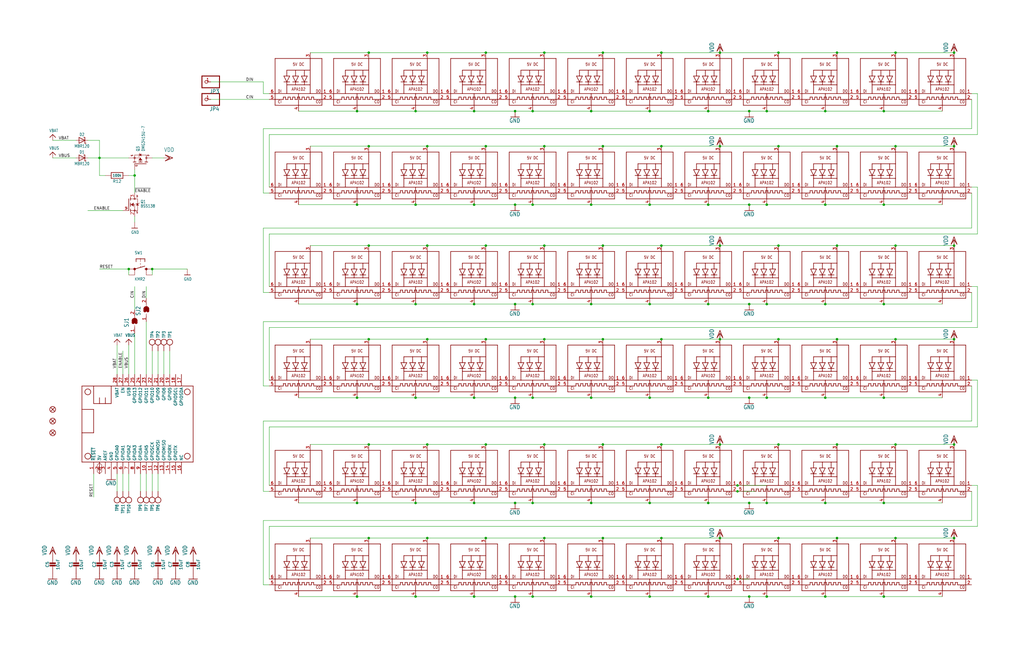
<source format=kicad_sch>
(kicad_sch (version 20230121) (generator eeschema)
  (paper "User" 444.373 284.378)
  (junction (at 160.02 233.68))
  (junction (at 287.02 147.32))
  (junction (at 223.52 88.9))
  (junction (at 281.94 259.08))
  (junction (at 325.12 48.26))
  (junction (at 332.74 48.26))
  (junction (at 337.82 233.68))
  (junction (at 320.04 210.82))
  (junction (at 210.82 147.32))
  (junction (at 287.02 233.68))
  (junction (at 231.14 88.9))
  (junction (at 205.74 132.08))
  (junction (at 185.42 147.32))
  (junction (at 180.34 132.08))
  (junction (at 210.82 106.68))
  (junction (at 160.02 147.32))
  (junction (at 261.62 147.32))
  (junction (at 160.02 193.04))
  (junction (at 383.54 172.72))
  (junction (at 363.22 22.86))
  (junction (at 256.54 172.72))
  (junction (at 236.22 106.68))
  (junction (at 180.34 218.44))
  (junction (at 307.34 48.26))
  (junction (at 332.74 218.44))
  (junction (at 210.82 193.04))
  (junction (at 320.04 251.46))
  (junction (at 154.94 218.44))
  (junction (at 337.82 63.5))
  (junction (at 154.94 259.08))
  (junction (at 358.14 218.44))
  (junction (at 160.02 106.68))
  (junction (at 388.62 193.04))
  (junction (at 154.94 88.9))
  (junction (at 231.14 259.08))
  (junction (at 205.74 88.9))
  (junction (at 312.42 233.68))
  (junction (at 332.74 172.72))
  (junction (at 210.82 22.86))
  (junction (at 358.14 172.72))
  (junction (at 223.52 132.08))
  (junction (at 205.74 172.72))
  (junction (at 256.54 218.44))
  (junction (at 358.14 88.9))
  (junction (at 388.62 147.32))
  (junction (at 325.12 172.72))
  (junction (at 312.42 63.5))
  (junction (at 160.02 22.86))
  (junction (at 160.02 63.5))
  (junction (at 223.52 218.44))
  (junction (at 180.34 172.72))
  (junction (at 236.22 233.68))
  (junction (at 256.54 48.26))
  (junction (at 281.94 88.9))
  (junction (at 363.22 147.32))
  (junction (at 281.94 132.08))
  (junction (at 307.34 172.72))
  (junction (at 307.34 132.08))
  (junction (at 210.82 63.5))
  (junction (at 325.12 218.44))
  (junction (at 185.42 22.86))
  (junction (at 281.94 172.72))
  (junction (at 363.22 63.5))
  (junction (at 337.82 193.04))
  (junction (at 256.54 88.9))
  (junction (at 231.14 218.44))
  (junction (at 180.34 259.08))
  (junction (at 281.94 48.26))
  (junction (at 256.54 259.08))
  (junction (at 261.62 233.68))
  (junction (at 287.02 193.04))
  (junction (at 287.02 63.5))
  (junction (at 154.94 172.72))
  (junction (at 383.54 259.08))
  (junction (at 337.82 22.86))
  (junction (at 231.14 172.72))
  (junction (at 261.62 106.68))
  (junction (at 312.42 193.04))
  (junction (at 414.02 106.68))
  (junction (at 325.12 88.9))
  (junction (at 236.22 63.5))
  (junction (at 205.74 48.26))
  (junction (at 388.62 106.68))
  (junction (at 205.74 259.08))
  (junction (at 332.74 132.08))
  (junction (at 388.62 22.86))
  (junction (at 363.22 106.68))
  (junction (at 358.14 132.08))
  (junction (at 256.54 132.08))
  (junction (at 337.82 106.68))
  (junction (at 383.54 88.9))
  (junction (at 312.42 22.86))
  (junction (at 185.42 63.5))
  (junction (at 58.42 76.2))
  (junction (at 414.02 233.68))
  (junction (at 223.52 48.26))
  (junction (at 388.62 233.68))
  (junction (at 307.34 218.44))
  (junction (at 414.02 22.86))
  (junction (at 261.62 63.5))
  (junction (at 383.54 218.44))
  (junction (at 312.42 106.68))
  (junction (at 325.12 132.08))
  (junction (at 236.22 193.04))
  (junction (at 363.22 233.68))
  (junction (at 154.94 132.08))
  (junction (at 287.02 22.86))
  (junction (at 363.22 193.04))
  (junction (at 388.62 63.5))
  (junction (at 236.22 147.32))
  (junction (at 312.42 147.32))
  (junction (at 180.34 48.26))
  (junction (at 383.54 48.26))
  (junction (at 414.02 147.32))
  (junction (at 55.88 116.84))
  (junction (at 205.74 218.44))
  (junction (at 287.02 106.68))
  (junction (at 332.74 88.9))
  (junction (at 210.82 233.68))
  (junction (at 223.52 259.08))
  (junction (at 43.18 68.58))
  (junction (at 223.52 172.72))
  (junction (at 236.22 22.86))
  (junction (at 185.42 233.68))
  (junction (at 325.12 259.08))
  (junction (at 154.94 48.26))
  (junction (at 185.42 193.04))
  (junction (at 320.04 213.36))
  (junction (at 180.34 88.9))
  (junction (at 337.82 147.32))
  (junction (at 307.34 259.08))
  (junction (at 66.04 116.84))
  (junction (at 231.14 48.26))
  (junction (at 261.62 193.04))
  (junction (at 383.54 132.08))
  (junction (at 231.14 132.08))
  (junction (at 261.62 22.86))
  (junction (at 332.74 259.08))
  (junction (at 185.42 106.68))
  (junction (at 358.14 259.08))
  (junction (at 414.02 193.04))
  (junction (at 358.14 48.26))
  (junction (at 414.02 63.5))
  (junction (at 281.94 218.44))
  (junction (at 307.34 88.9))
  (wire (pts (xy 388.62 106.68) (xy 414.02 106.68)) (stroke (width 0.1524)))
  (wire (pts (xy 424.18 58.42) (xy 424.18 40.64)) (stroke (width 0.1524)))
  (wire (pts (xy 337.82 106.68) (xy 363.22 106.68)) (stroke (width 0.1524)))
  (wire (pts (xy 55.88 149.86) (xy 55.88 162.56)) (stroke (width 0.1524)))
  (wire (pts (xy 332.74 132.08) (xy 358.14 132.08)) (stroke (width 0.1524)))
  (wire (pts (xy 66.04 116.84) (xy 81.28 116.84)) (stroke (width 0.1524)))
  (wire (pts (xy 43.18 68.58) (xy 43.18 60.96)) (stroke (width 0.1524)))
  (wire (pts (xy 71.12 152.4) (xy 71.12 162.56)) (stroke (width 0.1524)))
  (wire (pts (xy 116.84 228.6) (xy 424.18 228.6)) (stroke (width 0.1524)))
  (wire (pts (xy 53.34 213.36) (xy 53.34 205.74)) (stroke (width 0.1524)))
  (wire (pts (xy 261.62 193.04) (xy 287.02 193.04)) (stroke (width 0.1524)))
  (wire (pts (xy 223.52 172.72) (xy 231.14 172.72)) (stroke (width 0.1524)))
  (wire (pts (xy 66.04 116.84) (xy 66.04 119.38)) (stroke (width 0.1524)))
  (wire (pts (xy 363.22 106.68) (xy 388.62 106.68)) (stroke (width 0.1524)))
  (wire (pts (xy 383.54 132.08) (xy 408.94 132.08)) (stroke (width 0.1524)))
  (wire (pts (xy 160.02 233.68) (xy 185.42 233.68)) (stroke (width 0.1524)))
  (wire (pts (xy 210.82 233.68) (xy 236.22 233.68)) (stroke (width 0.1524)))
  (wire (pts (xy 388.62 22.86) (xy 414.02 22.86)) (stroke (width 0.1524)))
  (wire (pts (xy 307.34 132.08) (xy 325.12 132.08)) (stroke (width 0.1524)))
  (wire (pts (xy 71.12 68.58) (xy 66.04 68.58)) (stroke (width 0.1524)))
  (wire (pts (xy 421.64 139.7) (xy 421.64 127)) (stroke (width 0.1524)))
  (wire (pts (xy 358.14 172.72) (xy 383.54 172.72)) (stroke (width 0.1524)))
  (wire (pts (xy 68.58 213.36) (xy 68.58 205.74)) (stroke (width 0.1524)))
  (wire (pts (xy 261.62 22.86) (xy 287.02 22.86)) (stroke (width 0.1524)))
  (wire (pts (xy 114.3 35.56) (xy 114.3 40.64)) (stroke (width 0.1524)))
  (wire (pts (xy 154.94 172.72) (xy 180.34 172.72)) (stroke (width 0.1524)))
  (wire (pts (xy 66.04 213.36) (xy 66.04 205.74)) (stroke (width 0.1524)))
  (wire (pts (xy 337.82 193.04) (xy 363.22 193.04)) (stroke (width 0.1524)))
  (wire (pts (xy 58.42 134.62) (xy 58.42 124.46)) (stroke (width 0.1524)))
  (wire (pts (xy 312.42 63.5) (xy 337.82 63.5)) (stroke (width 0.1524)))
  (wire (pts (xy 337.82 63.5) (xy 363.22 63.5)) (stroke (width 0.1524)))
  (wire (pts (xy 312.42 233.68) (xy 337.82 233.68)) (stroke (width 0.1524)))
  (wire (pts (xy 388.62 233.68) (xy 414.02 233.68)) (stroke (width 0.1524)))
  (wire (pts (xy 43.18 68.58) (xy 43.18 76.2)) (stroke (width 0.1524)))
  (wire (pts (xy 421.64 167.64) (xy 421.64 182.88)) (stroke (width 0.1524)))
  (wire (pts (xy 231.14 132.08) (xy 256.54 132.08)) (stroke (width 0.1524)))
  (wire (pts (xy 312.42 22.86) (xy 337.82 22.86)) (stroke (width 0.1524)))
  (wire (pts (xy 281.94 218.44) (xy 307.34 218.44)) (stroke (width 0.1524)))
  (wire (pts (xy 55.88 116.84) (xy 43.18 116.84)) (stroke (width 0.1524)))
  (wire (pts (xy 55.88 68.58) (xy 43.18 68.58)) (stroke (width 0.1524)))
  (wire (pts (xy 114.3 99.06) (xy 114.3 127)) (stroke (width 0.1524)))
  (wire (pts (xy 154.94 48.26) (xy 180.34 48.26)) (stroke (width 0.1524)))
  (wire (pts (xy 383.54 48.26) (xy 408.94 48.26)) (stroke (width 0.1524)))
  (wire (pts (xy 33.02 60.96) (xy 22.86 60.96)) (stroke (width 0.1524)))
  (wire (pts (xy 358.14 259.08) (xy 383.54 259.08)) (stroke (width 0.1524)))
  (wire (pts (xy 58.42 144.78) (xy 58.42 162.56)) (stroke (width 0.1524)))
  (wire (pts (xy 332.74 172.72) (xy 358.14 172.72)) (stroke (width 0.1524)))
  (wire (pts (xy 160.02 22.86) (xy 185.42 22.86)) (stroke (width 0.1524)))
  (wire (pts (xy 332.74 218.44) (xy 358.14 218.44)) (stroke (width 0.1524)))
  (wire (pts (xy 261.62 106.68) (xy 287.02 106.68)) (stroke (width 0.1524)))
  (wire (pts (xy 256.54 132.08) (xy 281.94 132.08)) (stroke (width 0.1524)))
  (wire (pts (xy 261.62 63.5) (xy 287.02 63.5)) (stroke (width 0.1524)))
  (wire (pts (xy 421.64 226.06) (xy 421.64 213.36)) (stroke (width 0.1524)))
  (wire (pts (xy 55.88 116.84) (xy 55.88 119.38)) (stroke (width 0.1524)))
  (wire (pts (xy 185.42 193.04) (xy 210.82 193.04)) (stroke (width 0.1524)))
  (wire (pts (xy 116.84 251.46) (xy 116.84 228.6)) (stroke (width 0.1524)))
  (wire (pts (xy 231.14 218.44) (xy 256.54 218.44)) (stroke (width 0.1524)))
  (wire (pts (xy 236.22 63.5) (xy 261.62 63.5)) (stroke (width 0.1524)))
  (wire (pts (xy 63.5 213.36) (xy 63.5 205.74)) (stroke (width 0.1524)))
  (wire (pts (xy 116.84 185.42) (xy 424.18 185.42)) (stroke (width 0.1524)))
  (wire (pts (xy 160.02 147.32) (xy 185.42 147.32)) (stroke (width 0.1524)))
  (wire (pts (xy 58.42 76.2) (xy 58.42 83.82)) (stroke (width 0.1524)))
  (wire (pts (xy 281.94 88.9) (xy 307.34 88.9)) (stroke (width 0.1524)))
  (wire (pts (xy 154.94 88.9) (xy 180.34 88.9)) (stroke (width 0.1524)))
  (wire (pts (xy 73.66 152.4) (xy 73.66 162.56)) (stroke (width 0.1524)))
  (wire (pts (xy 114.3 83.82) (xy 116.84 83.82)) (stroke (width 0.1524)))
  (wire (pts (xy 55.88 76.2) (xy 58.42 76.2)) (stroke (width 0.1524)))
  (wire (pts (xy 307.34 218.44) (xy 325.12 218.44)) (stroke (width 0.1524)))
  (wire (pts (xy 424.18 210.82) (xy 421.64 210.82)) (stroke (width 0.1524)))
  (wire (pts (xy 307.34 172.72) (xy 325.12 172.72)) (stroke (width 0.1524)))
  (wire (pts (xy 281.94 132.08) (xy 307.34 132.08)) (stroke (width 0.1524)))
  (wire (pts (xy 236.22 106.68) (xy 261.62 106.68)) (stroke (width 0.1524)))
  (wire (pts (xy 337.82 147.32) (xy 363.22 147.32)) (stroke (width 0.1524)))
  (wire (pts (xy 129.54 172.72) (xy 154.94 172.72)) (stroke (width 0.1524)))
  (wire (pts (xy 205.74 172.72) (xy 223.52 172.72)) (stroke (width 0.1524)))
  (wire (pts (xy 281.94 172.72) (xy 307.34 172.72)) (stroke (width 0.1524)))
  (wire (pts (xy 210.82 63.5) (xy 236.22 63.5)) (stroke (width 0.1524)))
  (wire (pts (xy 223.52 218.44) (xy 231.14 218.44)) (stroke (width 0.1524)))
  (wire (pts (xy 363.22 63.5) (xy 388.62 63.5)) (stroke (width 0.1524)))
  (wire (pts (xy 325.12 132.08) (xy 332.74 132.08)) (stroke (width 0.1524)))
  (wire (pts (xy 154.94 259.08) (xy 180.34 259.08)) (stroke (width 0.1524)))
  (wire (pts (xy 33.02 68.58) (xy 22.86 68.58)) (stroke (width 0.1524)))
  (wire (pts (xy 307.34 88.9) (xy 325.12 88.9)) (stroke (width 0.1524)))
  (wire (pts (xy 256.54 48.26) (xy 281.94 48.26)) (stroke (width 0.1524)))
  (wire (pts (xy 114.3 182.88) (xy 114.3 213.36)) (stroke (width 0.1524)))
  (wire (pts (xy 38.1 68.58) (xy 43.18 68.58)) (stroke (width 0.1524)))
  (wire (pts (xy 332.74 259.08) (xy 358.14 259.08)) (stroke (width 0.1524)))
  (wire (pts (xy 424.18 228.6) (xy 424.18 210.82)) (stroke (width 0.1524)))
  (wire (pts (xy 58.42 73.66) (xy 58.42 76.2)) (stroke (width 0.1524)))
  (wire (pts (xy 116.84 81.28) (xy 116.84 58.42)) (stroke (width 0.1524)))
  (wire (pts (xy 55.88 213.36) (xy 55.88 205.74)) (stroke (width 0.1524)))
  (wire (pts (xy 134.62 193.04) (xy 160.02 193.04)) (stroke (width 0.1524)))
  (wire (pts (xy 231.14 88.9) (xy 256.54 88.9)) (stroke (width 0.1524)))
  (wire (pts (xy 114.3 127) (xy 116.84 127)) (stroke (width 0.1524)))
  (wire (pts (xy 134.62 22.86) (xy 160.02 22.86)) (stroke (width 0.1524)))
  (wire (pts (xy 388.62 193.04) (xy 414.02 193.04)) (stroke (width 0.1524)))
  (wire (pts (xy 223.52 48.26) (xy 231.14 48.26)) (stroke (width 0.1524)))
  (wire (pts (xy 180.34 132.08) (xy 205.74 132.08)) (stroke (width 0.1524)))
  (wire (pts (xy 325.12 172.72) (xy 332.74 172.72)) (stroke (width 0.1524)))
  (wire (pts (xy 91.44 43.18) (xy 116.84 43.18)) (stroke (width 0.1524)))
  (wire (pts (xy 421.64 43.18) (xy 421.64 55.88)) (stroke (width 0.1524)))
  (wire (pts (xy 160.02 106.68) (xy 185.42 106.68)) (stroke (width 0.1524)))
  (wire (pts (xy 281.94 259.08) (xy 307.34 259.08)) (stroke (width 0.1524)))
  (wire (pts (xy 185.42 22.86) (xy 210.82 22.86)) (stroke (width 0.1524)))
  (wire (pts (xy 53.34 91.44) (xy 38.1 91.44)) (stroke (width 0.1524)))
  (wire (pts (xy 185.42 233.68) (xy 210.82 233.68)) (stroke (width 0.1524)))
  (wire (pts (xy 154.94 132.08) (xy 180.34 132.08)) (stroke (width 0.1524)))
  (wire (pts (xy 358.14 48.26) (xy 383.54 48.26)) (stroke (width 0.1524)))
  (wire (pts (xy 332.74 48.26) (xy 358.14 48.26)) (stroke (width 0.1524)))
  (wire (pts (xy 358.14 132.08) (xy 383.54 132.08)) (stroke (width 0.1524)))
  (wire (pts (xy 325.12 259.08) (xy 332.74 259.08)) (stroke (width 0.1524)))
  (wire (pts (xy 337.82 22.86) (xy 363.22 22.86)) (stroke (width 0.1524)))
  (wire (pts (xy 383.54 172.72) (xy 408.94 172.72)) (stroke (width 0.1524)))
  (wire (pts (xy 63.5 124.46) (xy 63.5 129.54)) (stroke (width 0.1524)))
  (wire (pts (xy 180.34 172.72) (xy 205.74 172.72)) (stroke (width 0.1524)))
  (wire (pts (xy 287.02 22.86) (xy 312.42 22.86)) (stroke (width 0.1524)))
  (wire (pts (xy 116.84 142.24) (xy 424.18 142.24)) (stroke (width 0.1524)))
  (wire (pts (xy 383.54 218.44) (xy 408.94 218.44)) (stroke (width 0.1524)))
  (wire (pts (xy 210.82 22.86) (xy 236.22 22.86)) (stroke (width 0.1524)))
  (wire (pts (xy 134.62 63.5) (xy 160.02 63.5)) (stroke (width 0.1524)))
  (wire (pts (xy 66.04 152.4) (xy 66.04 162.56)) (stroke (width 0.1524)))
  (wire (pts (xy 223.52 88.9) (xy 231.14 88.9)) (stroke (width 0.1524)))
  (wire (pts (xy 383.54 259.08) (xy 408.94 259.08)) (stroke (width 0.1524)))
  (wire (pts (xy 205.74 259.08) (xy 223.52 259.08)) (stroke (width 0.1524)))
  (wire (pts (xy 256.54 172.72) (xy 281.94 172.72)) (stroke (width 0.1524)))
  (wire (pts (xy 287.02 193.04) (xy 312.42 193.04)) (stroke (width 0.1524)))
  (wire (pts (xy 114.3 226.06) (xy 421.64 226.06)) (stroke (width 0.1524)))
  (wire (pts (xy 325.12 88.9) (xy 332.74 88.9)) (stroke (width 0.1524)))
  (wire (pts (xy 424.18 165.1) (xy 421.64 165.1)) (stroke (width 0.1524)))
  (wire (pts (xy 261.62 147.32) (xy 287.02 147.32)) (stroke (width 0.1524)))
  (wire (pts (xy 421.64 55.88) (xy 114.3 55.88)) (stroke (width 0.1524)))
  (wire (pts (xy 116.84 165.1) (xy 116.84 142.24)) (stroke (width 0.1524)))
  (wire (pts (xy 114.3 55.88) (xy 114.3 83.82)) (stroke (width 0.1524)))
  (wire (pts (xy 68.58 162.56) (xy 68.58 152.4)) (stroke (width 0.1524)))
  (wire (pts (xy 236.22 22.86) (xy 261.62 22.86)) (stroke (width 0.1524)))
  (wire (pts (xy 114.3 139.7) (xy 421.64 139.7)) (stroke (width 0.1524)))
  (wire (pts (xy 424.18 101.6) (xy 424.18 81.28)) (stroke (width 0.1524)))
  (wire (pts (xy 337.82 233.68) (xy 363.22 233.68)) (stroke (width 0.1524)))
  (wire (pts (xy 256.54 88.9) (xy 281.94 88.9)) (stroke (width 0.1524)))
  (wire (pts (xy 116.84 210.82) (xy 116.84 185.42)) (stroke (width 0.1524)))
  (wire (pts (xy 50.8 213.36) (xy 50.8 205.74)) (stroke (width 0.1524)))
  (wire (pts (xy 312.42 106.68) (xy 337.82 106.68)) (stroke (width 0.1524)))
  (wire (pts (xy 287.02 147.32) (xy 312.42 147.32)) (stroke (width 0.1524)))
  (wire (pts (xy 424.18 81.28) (xy 421.64 81.28)) (stroke (width 0.1524)))
  (wire (pts (xy 388.62 63.5) (xy 414.02 63.5)) (stroke (width 0.1524)))
  (wire (pts (xy 223.52 132.08) (xy 231.14 132.08)) (stroke (width 0.1524)))
  (wire (pts (xy 185.42 106.68) (xy 210.82 106.68)) (stroke (width 0.1524)))
  (wire (pts (xy 383.54 88.9) (xy 408.94 88.9)) (stroke (width 0.1524)))
  (wire (pts (xy 134.62 106.68) (xy 160.02 106.68)) (stroke (width 0.1524)))
  (wire (pts (xy 363.22 147.32) (xy 388.62 147.32)) (stroke (width 0.1524)))
  (wire (pts (xy 91.44 35.56) (xy 114.3 35.56)) (stroke (width 0.1524)))
  (wire (pts (xy 40.64 205.74) (xy 40.64 215.9)) (stroke (width 0.1524)))
  (wire (pts (xy 114.3 213.36) (xy 116.84 213.36)) (stroke (width 0.1524)))
  (wire (pts (xy 231.14 259.08) (xy 256.54 259.08)) (stroke (width 0.1524)))
  (wire (pts (xy 205.74 132.08) (xy 223.52 132.08)) (stroke (width 0.1524)))
  (wire (pts (xy 307.34 259.08) (xy 325.12 259.08)) (stroke (width 0.1524)))
  (wire (pts (xy 180.34 218.44) (xy 205.74 218.44)) (stroke (width 0.1524)))
  (wire (pts (xy 180.34 88.9) (xy 205.74 88.9)) (stroke (width 0.1524)))
  (wire (pts (xy 129.54 48.26) (xy 154.94 48.26)) (stroke (width 0.1524)))
  (wire (pts (xy 53.34 162.56) (xy 53.34 152.4)) (stroke (width 0.1524)))
  (wire (pts (xy 256.54 218.44) (xy 281.94 218.44)) (stroke (width 0.1524)))
  (wire (pts (xy 129.54 88.9) (xy 154.94 88.9)) (stroke (width 0.1524)))
  (wire (pts (xy 424.18 124.46) (xy 421.64 124.46)) (stroke (width 0.1524)))
  (wire (pts (xy 129.54 218.44) (xy 154.94 218.44)) (stroke (width 0.1524)))
  (wire (pts (xy 154.94 218.44) (xy 180.34 218.44)) (stroke (width 0.1524)))
  (wire (pts (xy 180.34 259.08) (xy 205.74 259.08)) (stroke (width 0.1524)))
  (wire (pts (xy 210.82 147.32) (xy 236.22 147.32)) (stroke (width 0.1524)))
  (wire (pts (xy 116.84 58.42) (xy 424.18 58.42)) (stroke (width 0.1524)))
  (wire (pts (xy 180.34 48.26) (xy 205.74 48.26)) (stroke (width 0.1524)))
  (wire (pts (xy 116.84 101.6) (xy 424.18 101.6)) (stroke (width 0.1524)))
  (wire (pts (xy 134.62 147.32) (xy 160.02 147.32)) (stroke (width 0.1524)))
  (wire (pts (xy 236.22 233.68) (xy 261.62 233.68)) (stroke (width 0.1524)))
  (wire (pts (xy 363.22 233.68) (xy 388.62 233.68)) (stroke (width 0.1524)))
  (wire (pts (xy 210.82 193.04) (xy 236.22 193.04)) (stroke (width 0.1524)))
  (wire (pts (xy 312.42 147.32) (xy 337.82 147.32)) (stroke (width 0.1524)))
  (wire (pts (xy 325.12 48.26) (xy 332.74 48.26)) (stroke (width 0.1524)))
  (wire (pts (xy 129.54 259.08) (xy 154.94 259.08)) (stroke (width 0.1524)))
  (wire (pts (xy 58.42 96.52) (xy 58.42 93.98)) (stroke (width 0.1524)))
  (wire (pts (xy 358.14 218.44) (xy 383.54 218.44)) (stroke (width 0.1524)))
  (wire (pts (xy 325.12 218.44) (xy 332.74 218.44)) (stroke (width 0.1524)))
  (wire (pts (xy 363.22 193.04) (xy 388.62 193.04)) (stroke (width 0.1524)))
  (wire (pts (xy 421.64 99.06) (xy 114.3 99.06)) (stroke (width 0.1524)))
  (wire (pts (xy 63.5 162.56) (xy 63.5 139.7)) (stroke (width 0.1524)))
  (wire (pts (xy 160.02 63.5) (xy 185.42 63.5)) (stroke (width 0.1524)))
  (wire (pts (xy 256.54 259.08) (xy 281.94 259.08)) (stroke (width 0.1524)))
  (wire (pts (xy 50.8 162.56) (xy 50.8 149.86)) (stroke (width 0.1524)))
  (wire (pts (xy 332.74 88.9) (xy 358.14 88.9)) (stroke (width 0.1524)))
  (wire (pts (xy 134.62 233.68) (xy 160.02 233.68)) (stroke (width 0.1524)))
  (wire (pts (xy 116.84 167.64) (xy 114.3 167.64)) (stroke (width 0.1524)))
  (wire (pts (xy 116.84 254) (xy 114.3 254)) (stroke (width 0.1524)))
  (wire (pts (xy 160.02 193.04) (xy 185.42 193.04)) (stroke (width 0.1524)))
  (wire (pts (xy 332.74 210.82) (xy 320.04 210.82)) (stroke (width 0.1524)))
  (wire (pts (xy 312.42 193.04) (xy 337.82 193.04)) (stroke (width 0.1524)))
  (wire (pts (xy 129.54 132.08) (xy 154.94 132.08)) (stroke (width 0.1524)))
  (wire (pts (xy 231.14 172.72) (xy 256.54 172.72)) (stroke (width 0.1524)))
  (wire (pts (xy 185.42 63.5) (xy 210.82 63.5)) (stroke (width 0.1524)))
  (wire (pts (xy 287.02 63.5) (xy 312.42 63.5)) (stroke (width 0.1524)))
  (wire (pts (xy 114.3 254) (xy 114.3 226.06)) (stroke (width 0.1524)))
  (wire (pts (xy 388.62 147.32) (xy 414.02 147.32)) (stroke (width 0.1524)))
  (wire (pts (xy 421.64 83.82) (xy 421.64 99.06)) (stroke (width 0.1524)))
  (wire (pts (xy 205.74 218.44) (xy 223.52 218.44)) (stroke (width 0.1524)))
  (wire (pts (xy 223.52 259.08) (xy 231.14 259.08)) (stroke (width 0.1524)))
  (wire (pts (xy 60.96 213.36) (xy 60.96 205.74)) (stroke (width 0.1524)))
  (wire (pts (xy 421.64 182.88) (xy 114.3 182.88)) (stroke (width 0.1524)))
  (wire (pts (xy 261.62 233.68) (xy 287.02 233.68)) (stroke (width 0.1524)))
  (wire (pts (xy 43.18 76.2) (xy 45.72 76.2)) (stroke (width 0.1524)))
  (wire (pts (xy 325.12 251.46) (xy 320.04 251.46)) (stroke (width 0.1524)))
  (wire (pts (xy 424.18 185.42) (xy 424.18 165.1)) (stroke (width 0.1524)))
  (wire (pts (xy 185.42 147.32) (xy 210.82 147.32)) (stroke (width 0.1524)))
  (wire (pts (xy 116.84 124.46) (xy 116.84 101.6)) (stroke (width 0.1524)))
  (wire (pts (xy 281.94 48.26) (xy 307.34 48.26)) (stroke (width 0.1524)))
  (wire (pts (xy 210.82 106.68) (xy 236.22 106.68)) (stroke (width 0.1524)))
  (wire (pts (xy 424.18 142.24) (xy 424.18 124.46)) (stroke (width 0.1524)))
  (wire (pts (xy 205.74 88.9) (xy 223.52 88.9)) (stroke (width 0.1524)))
  (wire (pts (xy 114.3 40.64) (xy 116.84 40.64)) (stroke (width 0.1524)))
  (wire (pts (xy 363.22 22.86) (xy 388.62 22.86)) (stroke (width 0.1524)))
  (wire (pts (xy 358.14 88.9) (xy 383.54 88.9)) (stroke (width 0.1524)))
  (wire (pts (xy 424.18 40.64) (xy 421.64 40.64)) (stroke (width 0.1524)))
  (wire (pts (xy 205.74 48.26) (xy 223.52 48.26)) (stroke (width 0.1524)))
  (wire (pts (xy 287.02 106.68) (xy 312.42 106.68)) (stroke (width 0.1524)))
  (wire (pts (xy 287.02 233.68) (xy 312.42 233.68)) (stroke (width 0.1524)))
  (wire (pts (xy 114.3 167.64) (xy 114.3 139.7)) (stroke (width 0.1524)))
  (wire (pts (xy 43.18 60.96) (xy 38.1 60.96)) (stroke (width 0.1524)))
  (wire (pts (xy 236.22 147.32) (xy 261.62 147.32)) (stroke (width 0.1524)))
  (wire (pts (xy 327.66 213.36) (xy 320.04 213.36)) (stroke (width 0.1524)))
  (wire (pts (xy 307.34 48.26) (xy 325.12 48.26)) (stroke (width 0.1524)))
  (wire (pts (xy 236.22 193.04) (xy 261.62 193.04)) (stroke (width 0.1524)))
  (wire (pts (xy 231.14 48.26) (xy 256.54 48.26)) (stroke (width 0.1524)))
  (label "RESET" (at 40.64 215.9 90) (effects (font (size 1.2446 1.2446))))
  (label "VBUS" (at 25.4 68.58 0) (effects (font (size 1.2446 1.2446))))
  (label "VBAT" (at 50.8 160.02 90) (effects (font (size 1.2446 1.2446))))
  (label "RESET" (at 43.18 116.84 0) (effects (font (size 1.2446 1.2446))))
  (label "DIN" (at 63.5 129.54 90) (effects (font (size 1.2446 1.2446))))
  (label "VBAT" (at 25.4 60.96 0) (effects (font (size 1.2446 1.2446))))
  (label "ENABLE" (at 53.34 160.02 90) (effects (font (size 1.2446 1.2446))))
  (label "~{ENABLE}" (at 58.42 83.82 0) (effects (font (size 1.2446 1.2446))))
  (label "CIN" (at 58.42 129.54 90) (effects (font (size 1.2446 1.2446))))
  (label "DIN" (at 106.68 35.56 0) (effects (font (size 1.2446 1.2446))))
  (label "CIN" (at 106.68 43.18 0) (effects (font (size 1.2446 1.2446))))
  (label "VBUS" (at 55.88 160.02 90) (effects (font (size 1.2446 1.2446))))
  (label "ENABLE" (at 40.64 91.44 0) (effects (font (size 1.2446 1.2446))))
  (global_label "3V" (shape bidirectional) (at 43.18 205.74 90) (effects (font (size 1.016 1.016))) (property "Intersheetrefs" "${INTERSHEET_REFS}" (effects hide)))
  (symbol (lib_id "working-eagle-import:APA1022020") (at 256.54 160.02 0) (unit 1)
    (property "Reference" "LED30" (effects hide))
    (property "Value" "APA1022020" (effects hide))
    (property "Footprint" "working:APA102_2020" (effects hide))
  )
  (symbol (lib_id "working-eagle-import:VDD") (at 50.8 238.76 0) (unit 1)
    (property "Reference" "#VDD18" (effects hide))
    (property "Value" "VDD" (at 48.26 241.3 90) (effects (font (size 1.778 1.5113)) (justify left bottom)))
  )
  (symbol (lib_id "working-eagle-import:APA1022020") (at 281.94 76.2 0) (unit 1)
    (property "Reference" "LED15" (effects hide))
    (property "Value" "APA1022020" (effects hide))
    (property "Footprint" "working:APA102_2020" (effects hide))
  )
  (symbol (lib_id "working-eagle-import:supply1_GND") (at 223.52 134.62 0) (unit 1)
    (property "Reference" "#GND3" (effects hide))
    (property "Value" "GND" (at 220.98 137.16 0) (effects (font (size 1.778 1.5113)) (justify left bottom)))
  )
  (symbol (lib_id "working-eagle-import:APA1022020") (at 383.54 205.74 0) (unit 1)
    (property "Reference" "LED67" (effects hide))
    (property "Value" "APA1022020" (effects hide))
    (property "Footprint" "working:APA102_2020" (effects hide))
  )
  (symbol (lib_id "working-eagle-import:DIODE-SCHOTTKYSOD-123") (at 35.56 60.96 0) (unit 1)
    (property "Reference" "D2" (at 35.56 58.42 0) (effects (font (size 1.27 1.0795))))
    (property "Value" "MBR120" (at 35.56 63.46 0) (effects (font (size 1.27 1.0795))))
    (property "Footprint" "working:SOD-123" (effects hide))
  )
  (symbol (lib_id "working-eagle-import:APA1022020") (at 205.74 246.38 0) (unit 1)
    (property "Reference" "LED44" (effects hide))
    (property "Value" "APA1022020" (effects hide))
    (property "Footprint" "working:APA102_2020" (effects hide))
  )
  (symbol (lib_id "working-eagle-import:supply1_GND") (at 22.86 251.46 0) (unit 1)
    (property "Reference" "#GND20" (effects hide))
    (property "Value" "GND" (at 20.32 254 0) (effects (font (size 1.778 1.5113)) (justify left bottom)))
  )
  (symbol (lib_id "working-eagle-import:CAP_CERAMIC0805-NOOUTLINE") (at 76.2 246.38 0) (unit 1)
    (property "Reference" "C7" (at 73.91 245.13 90))
    (property "Value" "10uF" (at 78.5 245.13 90))
    (property "Footprint" "working:0805-NO" (effects hide))
  )
  (symbol (lib_id "working-eagle-import:VBAT") (at 22.86 58.42 0) (unit 1)
    (property "Reference" "#U$4" (effects hide))
    (property "Value" "VBAT" (at 21.336 57.404 0) (effects (font (size 1.27 1.0795)) (justify left bottom)))
  )
  (symbol (lib_id "working-eagle-import:APA1022020") (at 307.34 246.38 0) (unit 1)
    (property "Reference" "LED48" (effects hide))
    (property "Value" "APA1022020" (effects hide))
    (property "Footprint" "working:APA102_2020" (effects hide))
  )
  (symbol (lib_id "working-eagle-import:APA1022020") (at 383.54 119.38 0) (unit 1)
    (property "Reference" "LED59" (effects hide))
    (property "Value" "APA1022020" (effects hide))
    (property "Footprint" "working:APA102_2020" (effects hide))
  )
  (symbol (lib_id "working-eagle-import:APA1022020") (at 231.14 246.38 0) (unit 1)
    (property "Reference" "LED45" (effects hide))
    (property "Value" "APA1022020" (effects hide))
    (property "Footprint" "working:APA102_2020" (effects hide))
  )
  (symbol (lib_id "working-eagle-import:APA1022020") (at 231.14 76.2 0) (unit 1)
    (property "Reference" "LED13" (effects hide))
    (property "Value" "APA1022020" (effects hide))
    (property "Footprint" "working:APA102_2020" (effects hide))
  )
  (symbol (lib_id "working-eagle-import:APA1022020") (at 332.74 246.38 0) (unit 1)
    (property "Reference" "LED69" (effects hide))
    (property "Value" "APA1022020" (effects hide))
    (property "Footprint" "working:APA102_2020" (effects hide))
  )
  (symbol (lib_id "working-eagle-import:VDD") (at 414.02 231.14 0) (unit 1)
    (property "Reference" "#VDD13" (effects hide))
    (property "Value" "VDD" (at 411.48 233.68 90) (effects (font (size 1.778 1.5113)) (justify left bottom)))
  )
  (symbol (lib_id "working-eagle-import:APA1022020") (at 205.74 119.38 0) (unit 1)
    (property "Reference" "LED20" (effects hide))
    (property "Value" "APA1022020" (effects hide))
    (property "Footprint" "working:APA102_2020" (effects hide))
  )
  (symbol (lib_id "working-eagle-import:FIDUCIAL_1MM") (at 22.86 182.88 90) (unit 1)
    (property "Reference" "FID3" (effects hide))
    (property "Value" "FIDUCIAL_1MM" (effects hide))
    (property "Footprint" "working:FIDUCIAL_1MM" (effects hide))
  )
  (symbol (lib_id "working-eagle-import:TESTPOINT1.5X2.0MM_NOCREAM") (at 66.04 213.36 180) (unit 1)
    (property "Reference" "TP5" (at 66.04 218.948 90) (effects (font (size 1.27 1.0795)) (justify left)))
    (property "Value" "TESTPOINT1.5X2.0MM_NOCREAM" (effects hide))
    (property "Footprint" "working:PAD-1.5X2.0" (effects hide))
  )
  (symbol (lib_id "working-eagle-import:supply1_GND") (at 223.52 50.8 0) (unit 1)
    (property "Reference" "#GND1" (effects hide))
    (property "Value" "GND" (at 220.98 53.34 0) (effects (font (size 1.778 1.5113)) (justify left bottom)))
  )
  (symbol (lib_id "working-eagle-import:APA1022020") (at 129.54 246.38 0) (unit 1)
    (property "Reference" "LED41" (effects hide))
    (property "Value" "APA1022020" (effects hide))
    (property "Footprint" "working:APA102_2020" (effects hide))
  )
  (symbol (lib_id "working-eagle-import:supply1_GND") (at 325.12 50.8 0) (unit 1)
    (property "Reference" "#GND7" (effects hide))
    (property "Value" "GND" (at 322.58 53.34 0) (effects (font (size 1.778 1.5113)) (justify left bottom)))
  )
  (symbol (lib_id "working-eagle-import:VDD") (at 312.42 190.5 0) (unit 1)
    (property "Reference" "#VDD5" (effects hide))
    (property "Value" "VDD" (at 309.88 193.04 90) (effects (font (size 1.778 1.5113)) (justify left bottom)))
  )
  (symbol (lib_id "working-eagle-import:APA1022020") (at 408.94 35.56 0) (unit 1)
    (property "Reference" "LED52" (effects hide))
    (property "Value" "APA1022020" (effects hide))
    (property "Footprint" "working:APA102_2020" (effects hide))
  )
  (symbol (lib_id "working-eagle-import:APA1022020") (at 408.94 205.74 0) (unit 1)
    (property "Reference" "LED68" (effects hide))
    (property "Value" "APA1022020" (effects hide))
    (property "Footprint" "working:APA102_2020" (effects hide))
  )
  (symbol (lib_id "working-eagle-import:CAP_CERAMIC0805-NOOUTLINE") (at 50.8 246.38 0) (unit 1)
    (property "Reference" "C3" (at 48.51 245.13 90))
    (property "Value" "10uF" (at 53.1 245.13 90))
    (property "Footprint" "working:0805-NO" (effects hide))
  )
  (symbol (lib_id "working-eagle-import:CAP_CERAMIC0805-NOOUTLINE") (at 33.02 246.38 0) (unit 1)
    (property "Reference" "C1" (at 30.73 245.13 90))
    (property "Value" "10uF" (at 35.32 245.13 90))
    (property "Footprint" "working:0805-NO" (effects hide))
  )
  (symbol (lib_id "working-eagle-import:APA1022020") (at 205.74 35.56 0) (unit 1)
    (property "Reference" "LED4" (effects hide))
    (property "Value" "APA1022020" (effects hide))
    (property "Footprint" "working:APA102_2020" (effects hide))
  )
  (symbol (lib_id "working-eagle-import:supply1_GND") (at 33.02 251.46 0) (unit 1)
    (property "Reference" "#GND18" (effects hide))
    (property "Value" "GND" (at 30.48 254 0) (effects (font (size 1.778 1.5113)) (justify left bottom)))
  )
  (symbol (lib_id "working-eagle-import:SOLDERJUMPERCLOSED") (at 63.5 134.62 90) (unit 1)
    (property "Reference" "SJ2" (at 60.96 137.16 0) (effects (font (size 1.778 1.5113)) (justify left bottom)))
    (property "Value" "SOLDERJUMPERCLOSED" (effects hide))
    (property "Footprint" "working:SOLDERJUMPER_CLOSEDWIRE" (effects hide))
  )
  (symbol (lib_id "working-eagle-import:supply1_GND") (at 50.8 251.46 0) (unit 1)
    (property "Reference" "#GND16" (effects hide))
    (property "Value" "GND" (at 48.26 254 0) (effects (font (size 1.778 1.5113)) (justify left bottom)))
  )
  (symbol (lib_id "working-eagle-import:APA1022020") (at 231.14 205.74 0) (unit 1)
    (property "Reference" "LED37" (effects hide))
    (property "Value" "APA1022020" (effects hide))
    (property "Footprint" "working:APA102_2020" (effects hide))
  )
  (symbol (lib_id "working-eagle-import:VDD") (at 414.02 20.32 0) (unit 1)
    (property "Reference" "#VDD7" (effects hide))
    (property "Value" "VDD" (at 411.48 22.86 90) (effects (font (size 1.778 1.5113)) (justify left bottom)))
  )
  (symbol (lib_id "working-eagle-import:APA1022020") (at 408.94 119.38 0) (unit 1)
    (property "Reference" "LED60" (effects hide))
    (property "Value" "APA1022020" (effects hide))
    (property "Footprint" "working:APA102_2020" (effects hide))
  )
  (symbol (lib_id "working-eagle-import:CAP_CERAMIC0805-NOOUTLINE") (at 68.58 246.38 0) (unit 1)
    (property "Reference" "C6" (at 66.29 245.13 90))
    (property "Value" "10uF" (at 70.88 245.13 90))
    (property "Footprint" "working:0805-NO" (effects hide))
  )
  (symbol (lib_id "working-eagle-import:supply1_GND") (at 325.12 261.62 0) (unit 1)
    (property "Reference" "#GND13" (effects hide))
    (property "Value" "GND" (at 322.58 264.16 0) (effects (font (size 1.778 1.5113)) (justify left bottom)))
  )
  (symbol (lib_id "working-eagle-import:TESTPOINT1.5X2.0MM_NOCREAM") (at 68.58 213.36 180) (unit 1)
    (property "Reference" "TP6" (at 68.58 218.948 90) (effects (font (size 1.27 1.0795)) (justify left)))
    (property "Value" "TESTPOINT1.5X2.0MM_NOCREAM" (effects hide))
    (property "Footprint" "working:PAD-1.5X2.0" (effects hide))
  )
  (symbol (lib_id "working-eagle-import:VDD") (at 414.02 190.5 0) (unit 1)
    (property "Reference" "#VDD12" (effects hide))
    (property "Value" "VDD" (at 411.48 193.04 90) (effects (font (size 1.778 1.5113)) (justify left bottom)))
  )
  (symbol (lib_id "working-eagle-import:VDD") (at 73.66 68.58 270) (unit 1)
    (property "Reference" "#VDD9" (effects hide))
    (property "Value" "VDD" (at 71.12 66.04 90) (effects (font (size 1.778 1.5113)) (justify left bottom)))
  )
  (symbol (lib_id "working-eagle-import:GND") (at 58.42 99.06 0) (unit 1)
    (property "Reference" "#U$6" (effects hide))
    (property "Value" "GND" (at 56.896 101.6 0) (effects (font (size 1.27 1.0795)) (justify left bottom)))
  )
  (symbol (lib_id "working-eagle-import:MOSFET-NWIDE") (at 55.88 88.9 0) (unit 1)
    (property "Reference" "Q1" (at 60.96 88.265 0) (effects (font (size 1.27 1.0795)) (justify left bottom)))
    (property "Value" "BSS138" (at 60.96 90.17 0) (effects (font (size 1.27 1.0795)) (justify left bottom)))
    (property "Footprint" "working:SOT23-WIDE" (effects hide))
  )
  (symbol (lib_id "working-eagle-import:APA1022020") (at 383.54 160.02 0) (unit 1)
    (property "Reference" "LED63" (effects hide))
    (property "Value" "APA1022020" (effects hide))
    (property "Footprint" "working:APA102_2020" (effects hide))
  )
  (symbol (lib_id "working-eagle-import:APA1022020") (at 332.74 160.02 0) (unit 1)
    (property "Reference" "LED61" (effects hide))
    (property "Value" "APA1022020" (effects hide))
    (property "Footprint" "working:APA102_2020" (effects hide))
  )
  (symbol (lib_id "working-eagle-import:VBAT") (at 50.8 147.32 0) (unit 1)
    (property "Reference" "#U$3" (effects hide))
    (property "Value" "VBAT" (at 49.276 146.304 0) (effects (font (size 1.27 1.0795)) (justify left bottom)))
  )
  (symbol (lib_id "working-eagle-import:supply1_GND") (at 325.12 134.62 0) (unit 1)
    (property "Reference" "#GND10" (effects hide))
    (property "Value" "GND" (at 322.58 137.16 0) (effects (font (size 1.778 1.5113)) (justify left bottom)))
  )
  (symbol (lib_id "working-eagle-import:APA1022020") (at 154.94 76.2 0) (unit 1)
    (property "Reference" "LED10" (effects hide))
    (property "Value" "APA1022020" (effects hide))
    (property "Footprint" "working:APA102_2020" (effects hide))
  )
  (symbol (lib_id "working-eagle-import:APA1022020") (at 129.54 76.2 0) (unit 1)
    (property "Reference" "LED9" (effects hide))
    (property "Value" "APA1022020" (effects hide))
    (property "Footprint" "working:APA102_2020" (effects hide))
  )
  (symbol (lib_id "working-eagle-import:APA1022020") (at 307.34 35.56 0) (unit 1)
    (property "Reference" "LED8" (effects hide))
    (property "Value" "APA1022020" (effects hide))
    (property "Footprint" "working:APA102_2020" (effects hide))
  )
  (symbol (lib_id "working-eagle-import:supply1_GND") (at 223.52 220.98 0) (unit 1)
    (property "Reference" "#GND5" (effects hide))
    (property "Value" "GND" (at 220.98 223.52 0) (effects (font (size 1.778 1.5113)) (justify left bottom)))
  )
  (symbol (lib_id "working-eagle-import:APA1022020") (at 358.14 76.2 0) (unit 1)
    (property "Reference" "LED54" (effects hide))
    (property "Value" "APA1022020" (effects hide))
    (property "Footprint" "working:APA102_2020" (effects hide))
  )
  (symbol (lib_id "working-eagle-import:APA1022020") (at 332.74 205.74 0) (unit 1)
    (property "Reference" "LED65" (effects hide))
    (property "Value" "APA1022020" (effects hide))
    (property "Footprint" "working:APA102_2020" (effects hide))
  )
  (symbol (lib_id "working-eagle-import:supply1_GND") (at 43.18 251.46 0) (unit 1)
    (property "Reference" "#GND17" (effects hide))
    (property "Value" "GND" (at 40.64 254 0) (effects (font (size 1.778 1.5113)) (justify left bottom)))
  )
  (symbol (lib_id "working-eagle-import:supply1_GND") (at 223.52 261.62 0) (unit 1)
    (property "Reference" "#GND6" (effects hide))
    (property "Value" "GND" (at 220.98 264.16 0) (effects (font (size 1.778 1.5113)) (justify left bottom)))
  )
  (symbol (lib_id "working-eagle-import:RESISTOR_0603_NOOUT") (at 50.8 76.2 180) (unit 1)
    (property "Reference" "R12" (at 50.8 78.74 0))
    (property "Value" "100k" (at 50.8 76.2 0) (effects (font (size 1.016 1.016) bold)))
    (property "Footprint" "working:0603-NO" (effects hide))
  )
  (symbol (lib_id "working-eagle-import:APA1022020") (at 256.54 35.56 0) (unit 1)
    (property "Reference" "LED6" (effects hide))
    (property "Value" "APA1022020" (effects hide))
    (property "Footprint" "working:APA102_2020" (effects hide))
  )
  (symbol (lib_id "working-eagle-import:VDD") (at 312.42 20.32 0) (unit 1)
    (property "Reference" "#VDD2" (effects hide))
    (property "Value" "VDD" (at 309.88 22.86 90) (effects (font (size 1.778 1.5113)) (justify left bottom)))
  )
  (symbol (lib_id "working-eagle-import:supply1_GND") (at 325.12 91.44 0) (unit 1)
    (property "Reference" "#GND8" (effects hide))
    (property "Value" "GND" (at 322.58 93.98 0) (effects (font (size 1.778 1.5113)) (justify left bottom)))
  )
  (symbol (lib_id "working-eagle-import:APA1022020") (at 307.34 160.02 0) (unit 1)
    (property "Reference" "LED32" (effects hide))
    (property "Value" "APA1022020" (effects hide))
    (property "Footprint" "working:APA102_2020" (effects hide))
  )
  (symbol (lib_id "working-eagle-import:APA1022020") (at 180.34 246.38 0) (unit 1)
    (property "Reference" "LED43" (effects hide))
    (property "Value" "APA1022020" (effects hide))
    (property "Footprint" "working:APA102_2020" (effects hide))
  )
  (symbol (lib_id "working-eagle-import:APA1022020") (at 408.94 76.2 0) (unit 1)
    (property "Reference" "LED56" (effects hide))
    (property "Value" "APA1022020" (effects hide))
    (property "Footprint" "working:APA102_2020" (effects hide))
  )
  (symbol (lib_id "working-eagle-import:CAP_CERAMIC0805-NOOUTLINE") (at 22.86 246.38 0) (unit 1)
    (property "Reference" "C5" (at 20.57 245.13 90))
    (property "Value" "10uF" (at 25.16 245.13 90))
    (property "Footprint" "working:0805-NO" (effects hide))
  )
  (symbol (lib_id "working-eagle-import:APA1022020") (at 358.14 205.74 0) (unit 1)
    (property "Reference" "LED66" (effects hide))
    (property "Value" "APA1022020" (effects hide))
    (property "Footprint" "working:APA102_2020" (effects hide))
  )
  (symbol (lib_id "working-eagle-import:APA1022020") (at 180.34 119.38 0) (unit 1)
    (property "Reference" "LED19" (effects hide))
    (property "Value" "APA1022020" (effects hide))
    (property "Footprint" "working:APA102_2020" (effects hide))
  )
  (symbol (lib_id "working-eagle-import:APA1022020") (at 129.54 160.02 0) (unit 1)
    (property "Reference" "LED25" (effects hide))
    (property "Value" "APA1022020" (effects hide))
    (property "Footprint" "working:APA102_2020" (effects hide))
  )
  (symbol (lib_id "working-eagle-import:APA1022020") (at 307.34 205.74 0) (unit 1)
    (property "Reference" "LED40" (effects hide))
    (property "Value" "APA1022020" (effects hide))
    (property "Footprint" "working:APA102_2020" (effects hide))
  )
  (symbol (lib_id "working-eagle-import:APA1022020") (at 358.14 246.38 0) (unit 1)
    (property "Reference" "LED70" (effects hide))
    (property "Value" "APA1022020" (effects hide))
    (property "Footprint" "working:APA102_2020" (effects hide))
  )
  (symbol (lib_id "working-eagle-import:VDD") (at 83.82 238.76 0) (unit 1)
    (property "Reference" "#VDD23" (effects hide))
    (property "Value" "VDD" (at 81.28 241.3 90) (effects (font (size 1.778 1.5113)) (justify left bottom)))
  )
  (symbol (lib_id "working-eagle-import:TESTPOINT1.5X2.0MM_NOCREAM") (at 53.34 213.36 180) (unit 1)
    (property "Reference" "TP11" (at 53.34 218.948 90) (effects (font (size 1.27 1.0795)) (justify left)))
    (property "Value" "TESTPOINT1.5X2.0MM_NOCREAM" (effects hide))
    (property "Footprint" "working:PAD-1.5X2.0" (effects hide))
  )
  (symbol (lib_id "working-eagle-import:APA1022020") (at 281.94 119.38 0) (unit 1)
    (property "Reference" "LED23" (effects hide))
    (property "Value" "APA1022020" (effects hide))
    (property "Footprint" "working:APA102_2020" (effects hide))
  )
  (symbol (lib_id "working-eagle-import:APA1022020") (at 180.34 35.56 0) (unit 1)
    (property "Reference" "LED3" (effects hide))
    (property "Value" "APA1022020" (effects hide))
    (property "Footprint" "working:APA102_2020" (effects hide))
  )
  (symbol (lib_id "working-eagle-import:SOLDERJUMPERCLOSED") (at 58.42 139.7 90) (unit 1)
    (property "Reference" "SJ1" (at 55.88 142.24 0) (effects (font (size 1.778 1.5113)) (justify left bottom)))
    (property "Value" "SOLDERJUMPERCLOSED" (effects hide))
    (property "Footprint" "working:SOLDERJUMPER_CLOSEDWIRE" (effects hide))
  )
  (symbol (lib_id "working-eagle-import:APA1022020") (at 383.54 76.2 0) (unit 1)
    (property "Reference" "LED55" (effects hide))
    (property "Value" "APA1022020" (effects hide))
    (property "Footprint" "working:APA102_2020" (effects hide))
  )
  (symbol (lib_id "working-eagle-import:HEADER-1X1ROUND") (at 88.9 43.18 180) (unit 1)
    (property "Reference" "JP4" (at 95.25 46.355 0) (effects (font (size 1.778 1.5113)) (justify left bottom)))
    (property "Value" "HEADER-1X1ROUND" (effects hide))
    (property "Footprint" "working:1X01_ROUND" (effects hide))
  )
  (symbol (lib_id "working-eagle-import:APA1022020") (at 154.94 35.56 0) (unit 1)
    (property "Reference" "LED2" (effects hide))
    (property "Value" "APA1022020" (effects hide))
    (property "Footprint" "working:APA102_2020" (effects hide))
  )
  (symbol (lib_id "working-eagle-import:MOSFET-PWIDE") (at 60.96 68.58 90) (unit 1)
    (property "Reference" "Q3" (at 60.579 65.786 0) (effects (font (size 1.27 1.0795)) (justify left bottom)))
    (property "Value" "DMG3415U-7" (at 62.865 65.786 0) (effects (font (size 1.27 1.0795)) (justify left bottom)))
    (property "Footprint" "working:SOT23-WIDE" (effects hide))
  )
  (symbol (lib_id "working-eagle-import:CAP_CERAMIC0805-NOOUTLINE") (at 83.82 246.38 0) (unit 1)
    (property "Reference" "C8" (at 81.53 245.13 90))
    (property "Value" "10uF" (at 86.12 245.13 90))
    (property "Footprint" "working:0805-NO" (effects hide))
  )
  (symbol (lib_id "working-eagle-import:APA1022020") (at 307.34 76.2 0) (unit 1)
    (property "Reference" "LED16" (effects hide))
    (property "Value" "APA1022020" (effects hide))
    (property "Footprint" "working:APA102_2020" (effects hide))
  )
  (symbol (lib_id "working-eagle-import:APA1022020") (at 154.94 160.02 0) (unit 1)
    (property "Reference" "LED26" (effects hide))
    (property "Value" "APA1022020" (effects hide))
    (property "Footprint" "working:APA102_2020" (effects hide))
  )
  (symbol (lib_id "working-eagle-import:TESTPOINT1.5X2.0MM_NOCREAM") (at 63.5 213.36 180) (unit 1)
    (property "Reference" "TP7" (at 63.5 218.948 90) (effects (font (size 1.27 1.0795)) (justify left)))
    (property "Value" "TESTPOINT1.5X2.0MM_NOCREAM" (effects hide))
    (property "Footprint" "working:PAD-1.5X2.0" (effects hide))
  )
  (symbol (lib_id "working-eagle-import:APA1022020") (at 231.14 35.56 0) (unit 1)
    (property "Reference" "LED5" (effects hide))
    (property "Value" "APA1022020" (effects hide))
    (property "Footprint" "working:APA102_2020" (effects hide))
  )
  (symbol (lib_id "working-eagle-import:supply1_GND") (at 68.58 251.46 0) (unit 1)
    (property "Reference" "#GND23" (effects hide))
    (property "Value" "GND" (at 66.04 254 0) (effects (font (size 1.778 1.5113)) (justify left bottom)))
  )
  (symbol (lib_id "working-eagle-import:APA1022020") (at 129.54 35.56 0) (unit 1)
    (property "Reference" "LED1" (effects hide))
    (property "Value" "APA1022020" (effects hide))
    (property "Footprint" "working:APA102_2020" (effects hide))
  )
  (symbol (lib_id "working-eagle-import:VDD") (at 33.02 238.76 0) (unit 1)
    (property "Reference" "#VDD16" (effects hide))
    (property "Value" "VDD" (at 30.48 241.3 90) (effects (font (size 1.778 1.5113)) (justify left bottom)))
  )
  (symbol (lib_id "working-eagle-import:VDD") (at 68.58 238.76 0) (unit 1)
    (property "Reference" "#VDD21" (effects hide))
    (property "Value" "VDD" (at 66.04 241.3 90) (effects (font (size 1.778 1.5113)) (justify left bottom)))
  )
  (symbol (lib_id "working-eagle-import:APA1022020") (at 256.54 76.2 0) (unit 1)
    (property "Reference" "LED14" (effects hide))
    (property "Value" "APA1022020" (effects hide))
    (property "Footprint" "working:APA102_2020" (effects hide))
  )
  (symbol (lib_id "working-eagle-import:APA1022020") (at 256.54 119.38 0) (unit 1)
    (property "Reference" "LED22" (effects hide))
    (property "Value" "APA1022020" (effects hide))
    (property "Footprint" "working:APA102_2020" (effects hide))
  )
  (symbol (lib_id "working-eagle-import:APA1022020") (at 180.34 205.74 0) (unit 1)
    (property "Reference" "LED35" (effects hide))
    (property "Value" "APA1022020" (effects hide))
    (property "Footprint" "working:APA102_2020" (effects hide))
  )
  (symbol (lib_id "working-eagle-import:APA1022020") (at 129.54 119.38 0) (unit 1)
    (property "Reference" "LED17" (effects hide))
    (property "Value" "APA1022020" (effects hide))
    (property "Footprint" "working:APA102_2020" (effects hide))
  )
  (symbol (lib_id "working-eagle-import:VDD") (at 312.42 144.78 0) (unit 1)
    (property "Reference" "#VDD4" (effects hide))
    (property "Value" "VDD" (at 309.88 147.32 90) (effects (font (size 1.778 1.5113)) (justify left bottom)))
  )
  (symbol (lib_id "working-eagle-import:VDD") (at 43.18 238.76 0) (unit 1)
    (property "Reference" "#VDD17" (effects hide))
    (property "Value" "VDD" (at 40.64 241.3 90) (effects (font (size 1.778 1.5113)) (justify left bottom)))
  )
  (symbol (lib_id "working-eagle-import:VDD") (at 22.86 238.76 0) (unit 1)
    (property "Reference" "#VDD20" (effects hide))
    (property "Value" "VDD" (at 20.32 241.3 90) (effects (font (size 1.778 1.5113)) (justify left bottom)))
  )
  (symbol (lib_id "working-eagle-import:VDD") (at 76.2 238.76 0) (unit 1)
    (property "Reference" "#VDD22" (effects hide))
    (property "Value" "VDD" (at 73.66 241.3 90) (effects (font (size 1.778 1.5113)) (justify left bottom)))
  )
  (symbol (lib_id "working-eagle-import:TESTPOINT1.5X2.0MM_NOCREAM") (at 66.04 152.4 0) (unit 1)
    (property "Reference" "TP4" (at 66.04 146.812 90) (effects (font (size 1.27 1.0795)) (justify left)))
    (property "Value" "TESTPOINT1.5X2.0MM_NOCREAM" (effects hide))
    (property "Footprint" "working:PAD-1.5X2.0" (effects hide))
  )
  (symbol (lib_id "working-eagle-import:CAP_CERAMIC0805-NOOUTLINE") (at 43.18 246.38 0) (unit 1)
    (property "Reference" "C2" (at 40.89 245.13 90))
    (property "Value" "10uF" (at 45.48 245.13 90))
    (property "Footprint" "working:0805-NO" (effects hide))
  )
  (symbol (lib_id "working-eagle-import:APA1022020") (at 408.94 160.02 0) (unit 1)
    (property "Reference" "LED64" (effects hide))
    (property "Value" "APA1022020" (effects hide))
    (property "Footprint" "working:APA102_2020" (effects hide))
  )
  (symbol (lib_id "working-eagle-import:supply1_GND") (at 325.12 175.26 0) (unit 1)
    (property "Reference" "#GND11" (effects hide))
    (property "Value" "GND" (at 322.58 177.8 0) (effects (font (size 1.778 1.5113)) (justify left bottom)))
  )
  (symbol (lib_id "working-eagle-import:APA1022020") (at 281.94 160.02 0) (unit 1)
    (property "Reference" "LED31" (effects hide))
    (property "Value" "APA1022020" (effects hide))
    (property "Footprint" "working:APA102_2020" (effects hide))
  )
  (symbol (lib_id "working-eagle-import:GND") (at 81.28 119.38 0) (unit 1)
    (property "Reference" "#U$7" (effects hide))
    (property "Value" "GND" (at 79.756 121.92 0) (effects (font (size 1.27 1.0795)) (justify left bottom)))
  )
  (symbol (lib_id "working-eagle-import:APA1022020") (at 281.94 35.56 0) (unit 1)
    (property "Reference" "LED7" (effects hide))
    (property "Value" "APA1022020" (effects hide))
    (property "Footprint" "working:APA102_2020" (effects hide))
  )
  (symbol (lib_id "working-eagle-import:APA1022020") (at 231.14 160.02 0) (unit 1)
    (property "Reference" "LED29" (effects hide))
    (property "Value" "APA1022020" (effects hide))
    (property "Footprint" "working:APA102_2020" (effects hide))
  )
  (symbol (lib_id "working-eagle-import:APA1022020") (at 332.74 119.38 0) (unit 1)
    (property "Reference" "LED57" (effects hide))
    (property "Value" "APA1022020" (effects hide))
    (property "Footprint" "working:APA102_2020" (effects hide))
  )
  (symbol (lib_id "working-eagle-import:TESTPOINT1.5X2.0MM_NOCREAM") (at 68.58 152.4 0) (unit 1)
    (property "Reference" "TP2" (at 68.58 146.812 90) (effects (font (size 1.27 1.0795)) (justify left)))
    (property "Value" "TESTPOINT1.5X2.0MM_NOCREAM" (effects hide))
    (property "Footprint" "working:PAD-1.5X2.0" (effects hide))
  )
  (symbol (lib_id "working-eagle-import:TESTPOINT1.5X2.0MM_NOCREAM") (at 71.12 152.4 0) (unit 1)
    (property "Reference" "TP3" (at 71.12 146.812 90) (effects (font (size 1.27 1.0795)) (justify left)))
    (property "Value" "TESTPOINT1.5X2.0MM_NOCREAM" (effects hide))
    (property "Footprint" "working:PAD-1.5X2.0" (effects hide))
  )
  (symbol (lib_id "working-eagle-import:APA1022020") (at 408.94 246.38 0) (unit 1)
    (property "Reference" "LED72" (effects hide))
    (property "Value" "APA1022020" (effects hide))
    (property "Footprint" "working:APA102_2020" (effects hide))
  )
  (symbol (lib_id "working-eagle-import:TESTPOINT1.5X2.0MM_NOCREAM") (at 73.66 152.4 0) (unit 1)
    (property "Reference" "TP1" (at 73.66 146.812 90) (effects (font (size 1.27 1.0795)) (justify left)))
    (property "Value" "TESTPOINT1.5X2.0MM_NOCREAM" (effects hide))
    (property "Footprint" "working:PAD-1.5X2.0" (effects hide))
  )
  (symbol (lib_id "working-eagle-import:TESTPOINT1.5X2.0MM_NOCREAM") (at 60.96 213.36 180) (unit 1)
    (property "Reference" "TP9" (at 60.96 218.948 90) (effects (font (size 1.27 1.0795)) (justify left)))
    (property "Value" "TESTPOINT1.5X2.0MM_NOCREAM" (effects hide))
    (property "Footprint" "working:PAD-1.5X2.0" (effects hide))
  )
  (symbol (lib_id "working-eagle-import:supply1_GND") (at 223.52 91.44 0) (unit 1)
    (property "Reference" "#GND2" (effects hide))
    (property "Value" "GND" (at 220.98 93.98 0) (effects (font (size 1.778 1.5113)) (justify left bottom)))
  )
  (symbol (lib_id "working-eagle-import:APA1022020") (at 256.54 205.74 0) (unit 1)
    (property "Reference" "LED38" (effects hide))
    (property "Value" "APA1022020" (effects hide))
    (property "Footprint" "working:APA102_2020" (effects hide))
  )
  (symbol (lib_id "working-eagle-import:APA1022020") (at 256.54 246.38 0) (unit 1)
    (property "Reference" "LED46" (effects hide))
    (property "Value" "APA1022020" (effects hide))
    (property "Footprint" "working:APA102_2020" (effects hide))
  )
  (symbol (lib_id "working-eagle-import:CAP_CERAMIC0805-NOOUTLINE") (at 58.42 246.38 0) (unit 1)
    (property "Reference" "C4" (at 56.13 245.13 90))
    (property "Value" "10uF" (at 60.72 245.13 90))
    (property "Footprint" "working:0805-NO" (effects hide))
  )
  (symbol (lib_id "working-eagle-import:TESTPOINT1.5X2.0MM_NOCREAM") (at 55.88 213.36 180) (unit 1)
    (property "Reference" "TP10" (at 55.88 218.948 90) (effects (font (size 1.27 1.0795)) (justify left)))
    (property "Value" "TESTPOINT1.5X2.0MM_NOCREAM" (effects hide))
    (property "Footprint" "working:PAD-1.5X2.0" (effects hide))
  )
  (symbol (lib_id "working-eagle-import:APA1022020") (at 154.94 119.38 0) (unit 1)
    (property "Reference" "LED18" (effects hide))
    (property "Value" "APA1022020" (effects hide))
    (property "Footprint" "working:APA102_2020" (effects hide))
  )
  (symbol (lib_id "working-eagle-import:VBUS") (at 22.86 66.04 0) (unit 1)
    (property "Reference" "#U$5" (effects hide))
    (property "Value" "VBUS" (at 21.336 65.024 0) (effects (font (size 1.27 1.0795)) (justify left bottom)))
  )
  (symbol (lib_id "working-eagle-import:VBUS") (at 55.88 147.32 0) (unit 1)
    (property "Reference" "#U$2" (effects hide))
    (property "Value" "VBUS" (at 54.356 146.304 0) (effects (font (size 1.27 1.0795)) (justify left bottom)))
  )
  (symbol (lib_id "working-eagle-import:APA1022020") (at 154.94 205.74 0) (unit 1)
    (property "Reference" "LED34" (effects hide))
    (property "Value" "APA1022020" (effects hide))
    (property "Footprint" "working:APA102_2020" (effects hide))
  )
  (symbol (lib_id "working-eagle-import:APA1022020") (at 205.74 76.2 0) (unit 1)
    (property "Reference" "LED12" (effects hide))
    (property "Value" "APA1022020" (effects hide))
    (property "Footprint" "working:APA102_2020" (effects hide))
  )
  (symbol (lib_id "working-eagle-import:APA1022020") (at 180.34 160.02 0) (unit 1)
    (property "Reference" "LED27" (effects hide))
    (property "Value" "APA1022020" (effects hide))
    (property "Footprint" "working:APA102_2020" (effects hide))
  )
  (symbol (lib_id "working-eagle-import:supply1_GND") (at 83.82 251.46 0) (unit 1)
    (property "Reference" "#GND24" (effects hide))
    (property "Value" "GND" (at 81.28 254 0) (effects (font (size 1.778 1.5113)) (justify left bottom)))
  )
  (symbol (lib_id "working-eagle-import:APA1022020") (at 358.14 160.02 0) (unit 1)
    (property "Reference" "LED62" (effects hide))
    (property "Value" "APA1022020" (effects hide))
    (property "Footprint" "working:APA102_2020" (effects hide))
  )
  (symbol (lib_id "working-eagle-import:VDD") (at 414.02 104.14 0) (unit 1)
    (property "Reference" "#VDD10" (effects hide))
    (property "Value" "VDD" (at 411.48 106.68 90) (effects (font (size 1.778 1.5113)) (justify left bottom)))
  )
  (symbol (lib_id "working-eagle-import:supply1_GND") (at 325.12 220.98 0) (unit 1)
    (property "Reference" "#GND12" (effects hide))
    (property "Value" "GND" (at 322.58 223.52 0) (effects (font (size 1.778 1.5113)) (justify left bottom)))
  )
  (symbol (lib_id "working-eagle-import:SWITCH_TACT_SMT4.6X2.8") (at 60.96 116.84 0) (unit 1)
    (property "Reference" "SW1" (at 58.42 110.49 0) (effects (font (size 1.27 1.0795)) (justify left bottom)))
    (property "Value" "KMR2" (at 58.42 121.92 0) (effects (font (size 1.27 1.0795)) (justify left bottom)))
    (property "Footprint" "working:BTN_KMR2_4.6X2.8" (effects hide))
  )
  (symbol (lib_id "working-eagle-import:supply1_GND") (at 223.52 175.26 0) (unit 1)
    (property "Reference" "#GND4" (effects hide))
    (property "Value" "GND" (at 220.98 177.8 0) (effects (font (size 1.778 1.5113)) (justify left bottom)))
  )
  (symbol (lib_id "working-eagle-import:APA1022020") (at 358.14 119.38 0) (unit 1)
    (property "Reference" "LED58" (effects hide))
    (property "Value" "APA1022020" (effects hide))
    (property "Footprint" "working:APA102_2020" (effects hide))
  )
  (symbol (lib_id "working-eagle-import:APA1022020") (at 332.74 76.2 0) (unit 1)
    (property "Reference" "LED53" (effects hide))
    (property "Value" "APA1022020" (effects hide))
    (property "Footprint" "working:APA102_2020" (effects hide))
  )
  (symbol (lib_id "working-eagle-import:FIDUCIAL_1MM") (at 22.86 177.8 90) (unit 1)
    (property "Reference" "FID2" (effects hide))
    (property "Value" "FIDUCIAL_1MM" (effects hide))
    (property "Footprint" "working:FIDUCIAL_1MM" (effects hide))
  )
  (symbol (lib_id "working-eagle-import:TESTPOINT1.5X2.0MM_NOCREAM") (at 50.8 213.36 180) (unit 1)
    (property "Reference" "TP8" (at 50.8 218.948 90) (effects (font (size 1.27 1.0795)) (justify left)))
    (property "Value" "TESTPOINT1.5X2.0MM_NOCREAM" (effects hide))
    (property "Footprint" "working:PAD-1.5X2.0" (effects hide))
  )
  (symbol (lib_id "working-eagle-import:APA1022020") (at 205.74 160.02 0) (unit 1)
    (property "Reference" "LED28" (effects hide))
    (property "Value" "APA1022020" (effects hide))
    (property "Footprint" "working:APA102_2020" (effects hide))
  )
  (symbol (lib_id "working-eagle-import:APA1022020") (at 205.74 205.74 0) (unit 1)
    (property "Reference" "LED36" (effects hide))
    (property "Value" "APA1022020" (effects hide))
    (property "Footprint" "working:APA102_2020" (effects hide))
  )
  (symbol (lib_id "working-eagle-import:HEADER-1X1ROUND") (at 88.9 35.56 180) (unit 1)
    (property "Reference" "JP3" (at 95.25 38.735 0) (effects (font (size 1.778 1.5113)) (justify left bottom)))
    (property "Value" "HEADER-1X1ROUND" (effects hide))
    (property "Footprint" "working:1X01_ROUND" (effects hide))
  )
  (symbol (lib_id "working-eagle-import:VDD") (at 312.42 231.14 0) (unit 1)
    (property "Reference" "#VDD6" (effects hide))
    (property "Value" "VDD" (at 309.88 233.68 90) (effects (font (size 1.778 1.5113)) (justify left bottom)))
  )
  (symbol (lib_id "working-eagle-import:APA1022020") (at 281.94 205.74 0) (unit 1)
    (property "Reference" "LED39" (effects hide))
    (property "Value" "APA1022020" (effects hide))
    (property "Footprint" "working:APA102_2020" (effects hide))
  )
  (symbol (lib_id "working-eagle-import:APA1022020") (at 332.74 35.56 0) (unit 1)
    (property "Reference" "LED49" (effects hide))
    (property "Value" "APA1022020" (effects hide))
    (property "Footprint" "working:APA102_2020" (effects hide))
  )
  (symbol (lib_id "working-eagle-import:VDD") (at 58.42 238.76 0) (unit 1)
    (property "Reference" "#VDD19" (effects hide))
    (property "Value" "VDD" (at 55.88 241.3 90) (effects (font (size 1.778 1.5113)) (justify left bottom)))
  )
  (symbol (lib_id "working-eagle-import:DIODE-SCHOTTKYSOD-123") (at 35.56 68.58 0) (unit 1)
    (property "Reference" "D1" (at 35.56 66.04 0) (effects (font (size 1.27 1.0795))))
    (property "Value" "MBR120" (at 35.56 71.08 0) (effects (font (size 1.27 1.0795))))
    (property "Footprint" "working:SOD-123" (effects hide))
  )
  (symbol (lib_id "working-eagle-import:VDD") (at 414.02 144.78 0) (unit 1)
    (property "Reference" "#VDD11" (effects hide))
    (property "Value" "VDD" (at 411.48 147.32 90) (effects (font (size 1.778 1.5113)) (justify left bottom)))
  )
  (symbol (lib_id "working-eagle-import:VDD") (at 414.02 60.96 0) (unit 1)
    (property "Reference" "#VDD8" (effects hide))
    (property "Value" "VDD" (at 411.48 63.5 90) (effects (font (size 1.778 1.5113)) (justify left bottom)))
  )
  (symbol (lib_id "working-eagle-import:VDD") (at 312.42 104.14 0) (unit 1)
    (property "Reference" "#VDD1" (effects hide))
    (property "Value" "VDD" (at 309.88 106.68 90) (effects (font (size 1.778 1.5113)) (justify left bottom)))
  )
  (symbol (lib_id "working-eagle-import:supply1_GND") (at 76.2 251.46 0) (unit 1)
    (property "Reference" "#GND22" (effects hide))
    (property "Value" "GND" (at 73.66 254 0) (effects (font (size 1.778 1.5113)) (justify left bottom)))
  )
  (symbol (lib_id "working-eagle-import:APA1022020") (at 154.94 246.38 0) (unit 1)
    (property "Reference" "LED42" (effects hide))
    (property "Value" "APA1022020" (effects hide))
    (property "Footprint" "working:APA102_2020" (effects hide))
  )
  (symbol (lib_id "working-eagle-import:supply1_GND") (at 48.26 208.28 0) (unit 1)
    (property "Reference" "#GND21" (effects hide))
    (property "Value" "GND" (at 45.72 210.82 0) (effects (font (size 1.778 1.5113)) (justify left bottom)))
  )
  (symbol (lib_id "working-eagle-import:supply1_GND") (at 58.42 251.46 0) (unit 1)
    (property "Reference" "#GND19" (effects hide))
    (property "Value" "GND" (at 55.88 254 0) (effects (font (size 1.778 1.5113)) (justify left bottom)))
  )
  (symbol (lib_id "working-eagle-import:FIDUCIAL_1MM") (at 22.86 187.96 90) (unit 1)
    (property "Reference" "FID1" (effects hide))
    (property "Value" "FIDUCIAL_1MM" (effects hide))
    (property "Footprint" "working:FIDUCIAL_1MM" (effects hide))
  )
  (symbol (lib_id "working-eagle-import:APA1022020") (at 307.34 119.38 0) (unit 1)
    (property "Reference" "LED24" (effects hide))
    (property "Value" "APA1022020" (effects hide))
    (property "Footprint" "working:APA102_2020" (effects hide))
  )
  (symbol (lib_id "working-eagle-import:FEATHERWING") (at 35.56 200.66 0) (unit 1)
    (property "Reference" "MS1" (effects hide))
    (property "Value" "FEATHERWING" (effects hide))
    (property "Footprint" "working:FEATHERWING" (effects hide))
  )
  (symbol (lib_id "working-eagle-import:APA1022020") (at 358.14 35.56 0) (unit 1)
    (property "Reference" "LED50" (effects hide))
    (property "Value" "APA1022020" (effects hide))
    (property "Footprint" "working:APA102_2020" (effects hide))
  )
  (symbol (lib_id "working-eagle-import:APA1022020") (at 383.54 246.38 0) (unit 1)
    (property "Reference" "LED71" (effects hide))
    (property "Value" "APA1022020" (effects hide))
    (property "Footprint" "working:APA102_2020" (effects hide))
  )
  (symbol (lib_id "working-eagle-import:APA1022020") (at 281.94 246.38 0) (unit 1)
    (property "Reference" "LED47" (effects hide))
    (property "Value" "APA1022020" (effects hide))
    (property "Footprint" "working:APA102_2020" (effects hide))
  )
  (symbol (lib_id "working-eagle-import:APA1022020") (at 180.34 76.2 0) (unit 1)
    (property "Reference" "LED11" (effects hide))
    (property "Value" "APA1022020" (effects hide))
    (property "Footprint" "working:APA102_2020" (effects hide))
  )
  (symbol (lib_id "working-eagle-import:APA1022020") (at 383.54 35.56 0) (unit 1)
    (property "Reference" "LED51" (effects hide))
    (property "Value" "APA1022020" (effects hide))
    (property "Footprint" "working:APA102_2020" (effects hide))
  )
  (symbol (lib_id "working-eagle-import:APA1022020") (at 129.54 205.74 0) (unit 1)
    (property "Reference" "LED33" (effects hide))
    (property "Value" "APA1022020" (effects hide))
    (property "Footprint" "working:APA102_2020" (effects hide))
  )
  (symbol (lib_id "working-eagle-import:APA1022020") (at 231.14 119.38 0) (unit 1)
    (property "Reference" "LED21" (effects hide))
    (property "Value" "APA1022020" (effects hide))
    (property "Footprint" "working:APA102_2020" (effects hide))
  )
  (symbol (lib_id "working-eagle-import:VDD") (at 312.42 60.96 0) (unit 1)
    (property "Reference" "#VDD3" (effects hide))
    (property "Value" "VDD" (at 309.88 63.5 90) (effects (font (size 1.778 1.5113)) (justify left bottom)))
  )
)
</source>
